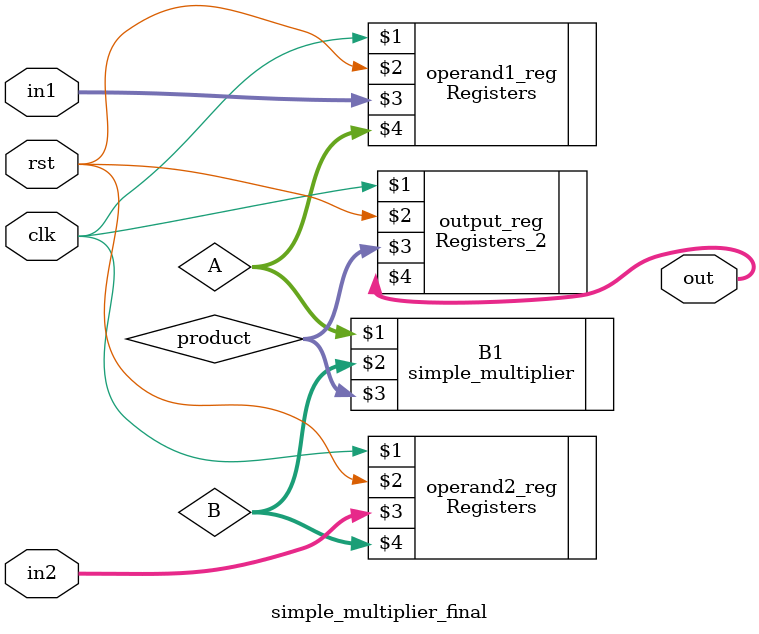
<source format=v>

module simple_multiplier_final (
    input clk,
    input rst,
    input [31:0] in1,
    input [31:0] in2,
    output  [63:0]  out
);


wire [31:0]A;
wire [31:0]B;
wire [63:0]product;


Registers  operand1_reg (clk,rst,in1,A); 
Registers  operand2_reg (clk,rst,in2,B); 

simple_multiplier B1  (A,B,product);
    
Registers_2  output_reg (clk,rst,product,out); 




endmodule
</source>
